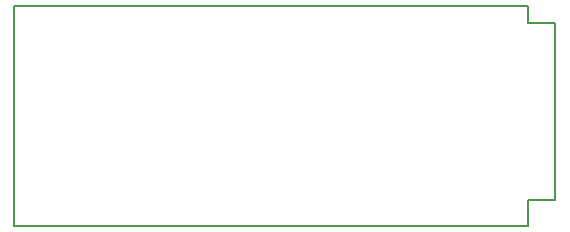
<source format=gko>
G04 ================== begin FILE IDENTIFICATION RECORD ==================*
G04 Layout Name:  RC-TranponderV12.brd*
G04 Film Name:    Board_outline*
G04 File Format:  Gerber RS274X*
G04 File Origin:  Cadence Allegro 17.2-S042*
G04 Origin Date:  Fri Apr 26 16:06:40 2019*
G04 *
G04 Layer:  BOARD GEOMETRY/DESIGN_OUTLINE*
G04 Layer:  BOARD GEOMETRY/CUTOUT*
G04 *
G04 Offset:    (0.0000 0.0000)*
G04 Mirror:    No*
G04 Mode:      Positive*
G04 Rotation:  0*
G04 FullContactRelief:  No*
G04 UndefLineWidth:     0.1500*
G04 ================== end FILE IDENTIFICATION RECORD ====================*
%FSAX55Y55*MOMM*%
%IR0*IPPOS*OFA0.00000B0.00000*MIA0B0*SFA1.00000B1.00000*%
%ADD10C,.15*%
G75*
%LPD*%
G75*
G54D10*
G01X0000230000Y0000184710D02*
X0000230000Y0001685000D01*
X0Y0001685000D01*
X0Y0001830000D01*
X-0004350000Y0001830000D01*
X-0004350000Y-0000030000D01*
X0Y-0000030000D01*
X0Y0000184710D01*
X0000230000Y0000184710D01*
M02*

</source>
